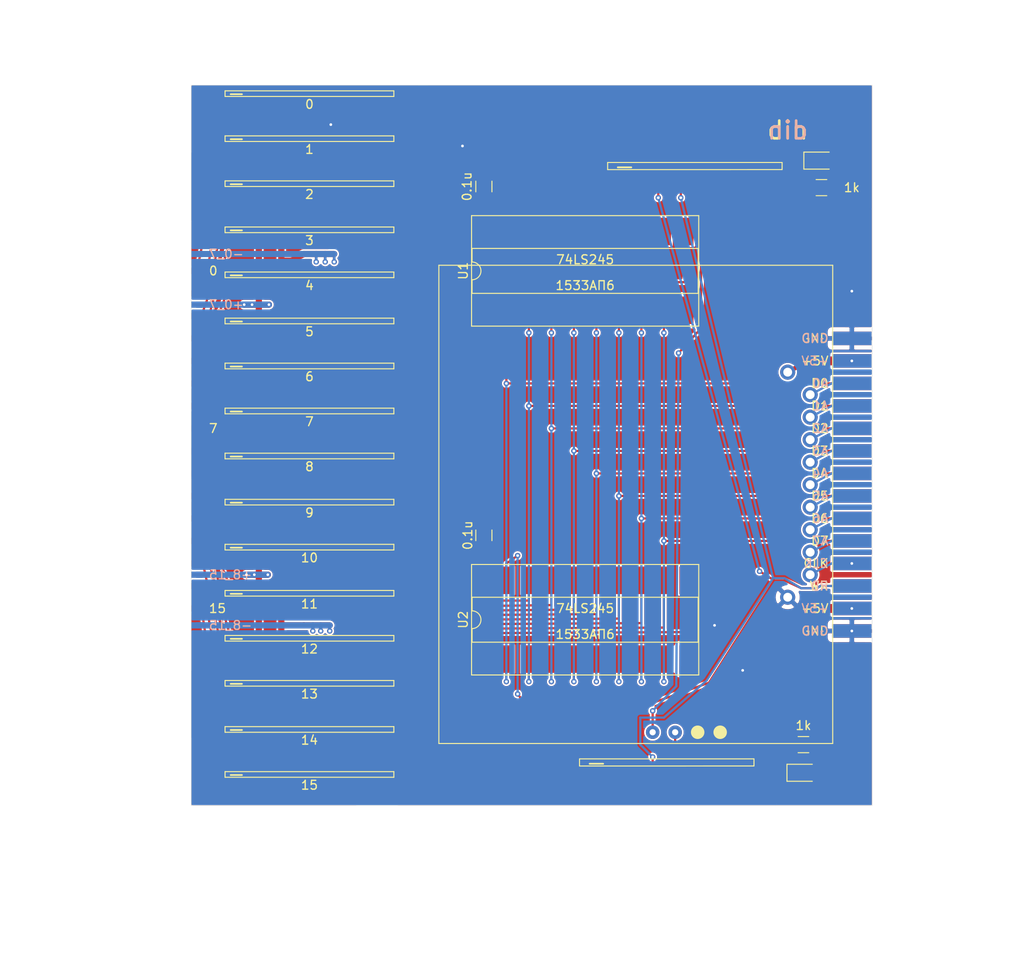
<source format=kicad_pcb>
(kicad_pcb (version 20171130) (host pcbnew 5.1.5+dfsg1-2build2)
  (layers (0 F.Cu signal) (31 B.Cu signal) (34 B.Paste user) (35 F.Paste user) (36 B.SilkS user) (37 F.SilkS user) (38 B.Mask user) (39 F.Mask user) (44 Edge.Cuts user))
  (net 0 "")
  (net 1 +5V)
  (net 2 GND)
  (net 3 IN1)
  (net 4 IN2)
  (net 5 IN3)
  (net 6 IN4)
  (net 7 IN5)
  (net 8 IN6)
  (net 9 IN7)
  (net 10 A7)
  (net 11 A6)
  (net 12 A5)
  (net 13 A4)
  (net 14 A3)
  (net 15 A2)
  (net 16 A1)
  (net 17 IN0)
  (net 18 CLK)
  (net 19 D7)
  (net 20 D6)
  (net 21 D5)
  (net 22 D4)
  (net 23 D3)
  (net 24 D2)
  (net 25 D1)
  (net 26 D0)
  (net 27 A0)
  (net 28 GND0_7)
  (net 29 INL0)
  (net 30 INL1)
  (net 31 INL2)
  (net 32 INL3)
  (net 33 INL4)
  (net 34 INL5)
  (net 35 INL6)
  (net 36 INL7)
  (net 37 WR)
  (net 38 RD)
  (net 39 SR0)
  (net 40 "Net-(D1-Pad2)")
  (net 41 S0)
  (net 42 "Net-(J11-Pad15)")
  (net 43 V0_7)
  (net 44 "Net-(J11-Pad14)")
  (net 45 "Net-(D2-Pad2)")
  (net 46 SR1)
  (net 47 S1)
  (net 48 GND8_15)
  (net 49 INL8)
  (net 50 V8_15)
  (net 51 IN8)
  (net 52 INL9)
  (net 53 IN9)
  (net 54 INL10)
  (net 55 IN10)
  (net 56 INL11)
  (net 57 IN11)
  (net 58 INL12)
  (net 59 IN12)
  (net 60 INL13)
  (net 61 IN13)
  (net 62 INL14)
  (net 63 IN14)
  (net 64 INL15)
  (net 65 IN15)
  (module plc88:dio_channel_i (layer F.Cu) (at 46.355 106.68)
    (fp_text reference J20 hide)
    (fp_text value dio_channel_i hide)
    (fp_text user 15 (at 1.27 2.794) (layer F.SilkS))
    (pad 4 smd rect (at 4.445 2.54) (size 1.27 1.27) (layers F.Cu F.Paste F.Mask) (net 2 GND))
    (pad 6 smd rect (at 9.525 2.54) (size 1.27 1.27) (layers F.Cu F.Paste F.Mask) (net 64 INL15))
    (pad 5 smd rect (at 6.985 2.54) (size 1.27 1.27) (layers F.Cu F.Paste F.Mask) (net 1 +5V))
    (pad 3 smd rect (at -1.905 2.54) (size 1.27 1.27) (layers F.Cu F.Paste F.Mask) (net 48 GND8_15))
    (pad 2 smd rect (at -4.445 2.54) (size 1.27 1.27) (layers F.Cu F.Paste F.Mask) (net 50 V8_15))
    (pad 1 smd rect (at -6.985 2.54) (size 1.27 1.27) (layers F.Cu F.Paste F.Mask) (net 65 IN15))
  )
  (module plc88:dio_channel_i (layer F.Cu) (at 46.355 101.6)
    (fp_text reference J19 hide)
    (fp_text value dio_channel_i hide)
    (fp_text user 14 (at 1.27 2.794) (layer F.SilkS))
    (pad 4 smd rect (at 4.445 2.54) (size 1.27 1.27) (layers F.Cu F.Paste F.Mask) (net 2 GND))
    (pad 6 smd rect (at 9.525 2.54) (size 1.27 1.27) (layers F.Cu F.Paste F.Mask) (net 62 INL14))
    (pad 5 smd rect (at 6.985 2.54) (size 1.27 1.27) (layers F.Cu F.Paste F.Mask) (net 1 +5V))
    (pad 3 smd rect (at -1.905 2.54) (size 1.27 1.27) (layers F.Cu F.Paste F.Mask) (net 48 GND8_15))
    (pad 2 smd rect (at -4.445 2.54) (size 1.27 1.27) (layers F.Cu F.Paste F.Mask) (net 50 V8_15))
    (pad 1 smd rect (at -6.985 2.54) (size 1.27 1.27) (layers F.Cu F.Paste F.Mask) (net 63 IN14))
  )
  (module plc88:dio_channel_i (layer F.Cu) (at 46.355 96.393)
    (fp_text reference J18 hide)
    (fp_text value dio_channel_i hide)
    (fp_text user 13 (at 1.27 2.794) (layer F.SilkS))
    (pad 4 smd rect (at 4.445 2.54) (size 1.27 1.27) (layers F.Cu F.Paste F.Mask) (net 2 GND))
    (pad 6 smd rect (at 9.525 2.54) (size 1.27 1.27) (layers F.Cu F.Paste F.Mask) (net 60 INL13))
    (pad 5 smd rect (at 6.985 2.54) (size 1.27 1.27) (layers F.Cu F.Paste F.Mask) (net 1 +5V))
    (pad 3 smd rect (at -1.905 2.54) (size 1.27 1.27) (layers F.Cu F.Paste F.Mask) (net 48 GND8_15))
    (pad 2 smd rect (at -4.445 2.54) (size 1.27 1.27) (layers F.Cu F.Paste F.Mask) (net 50 V8_15))
    (pad 1 smd rect (at -6.985 2.54) (size 1.27 1.27) (layers F.Cu F.Paste F.Mask) (net 61 IN13))
  )
  (module plc88:dio_channel_i (layer F.Cu) (at 46.355 91.313)
    (fp_text reference J17 hide)
    (fp_text value dio_channel_i hide)
    (fp_text user 12 (at 1.27 2.794) (layer F.SilkS))
    (pad 4 smd rect (at 4.445 2.54) (size 1.27 1.27) (layers F.Cu F.Paste F.Mask) (net 2 GND))
    (pad 6 smd rect (at 9.525 2.54) (size 1.27 1.27) (layers F.Cu F.Paste F.Mask) (net 58 INL12))
    (pad 5 smd rect (at 6.985 2.54) (size 1.27 1.27) (layers F.Cu F.Paste F.Mask) (net 1 +5V))
    (pad 3 smd rect (at -1.905 2.54) (size 1.27 1.27) (layers F.Cu F.Paste F.Mask) (net 48 GND8_15))
    (pad 2 smd rect (at -4.445 2.54) (size 1.27 1.27) (layers F.Cu F.Paste F.Mask) (net 50 V8_15))
    (pad 1 smd rect (at -6.985 2.54) (size 1.27 1.27) (layers F.Cu F.Paste F.Mask) (net 59 IN12))
  )
  (module plc88:dio_channel_i (layer F.Cu) (at 46.355 86.233)
    (fp_text reference J16 hide)
    (fp_text value dio_channel_i hide)
    (fp_text user 11 (at 1.27 2.794) (layer F.SilkS))
    (pad 4 smd rect (at 4.445 2.54) (size 1.27 1.27) (layers F.Cu F.Paste F.Mask) (net 2 GND))
    (pad 6 smd rect (at 9.525 2.54) (size 1.27 1.27) (layers F.Cu F.Paste F.Mask) (net 56 INL11))
    (pad 5 smd rect (at 6.985 2.54) (size 1.27 1.27) (layers F.Cu F.Paste F.Mask) (net 1 +5V))
    (pad 3 smd rect (at -1.905 2.54) (size 1.27 1.27) (layers F.Cu F.Paste F.Mask) (net 48 GND8_15))
    (pad 2 smd rect (at -4.445 2.54) (size 1.27 1.27) (layers F.Cu F.Paste F.Mask) (net 50 V8_15))
    (pad 1 smd rect (at -6.985 2.54) (size 1.27 1.27) (layers F.Cu F.Paste F.Mask) (net 57 IN11))
  )
  (module plc88:dio_channel_i (layer F.Cu) (at 46.355 81.026)
    (fp_text reference J15 hide)
    (fp_text value dio_channel_i hide)
    (fp_text user 10 (at 1.27 2.794) (layer F.SilkS))
    (pad 4 smd rect (at 4.445 2.54) (size 1.27 1.27) (layers F.Cu F.Paste F.Mask) (net 2 GND))
    (pad 6 smd rect (at 9.525 2.54) (size 1.27 1.27) (layers F.Cu F.Paste F.Mask) (net 54 INL10))
    (pad 5 smd rect (at 6.985 2.54) (size 1.27 1.27) (layers F.Cu F.Paste F.Mask) (net 1 +5V))
    (pad 3 smd rect (at -1.905 2.54) (size 1.27 1.27) (layers F.Cu F.Paste F.Mask) (net 48 GND8_15))
    (pad 2 smd rect (at -4.445 2.54) (size 1.27 1.27) (layers F.Cu F.Paste F.Mask) (net 50 V8_15))
    (pad 1 smd rect (at -6.985 2.54) (size 1.27 1.27) (layers F.Cu F.Paste F.Mask) (net 55 IN10))
  )
  (module plc88:dio_channel_i (layer F.Cu) (at 46.355 75.946)
    (fp_text reference J14 hide)
    (fp_text value dio_channel_i hide)
    (fp_text user 9 (at 1.27 2.794) (layer F.SilkS))
    (pad 4 smd rect (at 4.445 2.54) (size 1.27 1.27) (layers F.Cu F.Paste F.Mask) (net 2 GND))
    (pad 6 smd rect (at 9.525 2.54) (size 1.27 1.27) (layers F.Cu F.Paste F.Mask) (net 52 INL9))
    (pad 5 smd rect (at 6.985 2.54) (size 1.27 1.27) (layers F.Cu F.Paste F.Mask) (net 1 +5V))
    (pad 3 smd rect (at -1.905 2.54) (size 1.27 1.27) (layers F.Cu F.Paste F.Mask) (net 48 GND8_15))
    (pad 2 smd rect (at -4.445 2.54) (size 1.27 1.27) (layers F.Cu F.Paste F.Mask) (net 50 V8_15))
    (pad 1 smd rect (at -6.985 2.54) (size 1.27 1.27) (layers F.Cu F.Paste F.Mask) (net 53 IN9))
  )
  (module plc88:dio_channel_i (layer F.Cu) (at 46.355 70.739)
    (fp_text reference J13 hide)
    (fp_text value dio_channel_i hide)
    (fp_text user 8 (at 1.27 2.794) (layer F.SilkS))
    (pad 4 smd rect (at 4.445 2.54) (size 1.27 1.27) (layers F.Cu F.Paste F.Mask) (net 2 GND))
    (pad 6 smd rect (at 9.525 2.54) (size 1.27 1.27) (layers F.Cu F.Paste F.Mask) (net 49 INL8))
    (pad 5 smd rect (at 6.985 2.54) (size 1.27 1.27) (layers F.Cu F.Paste F.Mask) (net 1 +5V))
    (pad 3 smd rect (at -1.905 2.54) (size 1.27 1.27) (layers F.Cu F.Paste F.Mask) (net 48 GND8_15))
    (pad 2 smd rect (at -4.445 2.54) (size 1.27 1.27) (layers F.Cu F.Paste F.Mask) (net 50 V8_15))
    (pad 1 smd rect (at -6.985 2.54) (size 1.27 1.27) (layers F.Cu F.Paste F.Mask) (net 51 IN8))
  )
  (module plc88:dio_channel_i (layer F.Cu) (at 46.355 65.659)
    (fp_text reference J9 hide)
    (fp_text value dio_channel_i hide)
    (fp_text user 7 (at 1.27 2.794) (layer F.SilkS))
    (pad 4 smd rect (at 4.445 2.54) (size 1.27 1.27) (layers F.Cu F.Paste F.Mask) (net 2 GND))
    (pad 6 smd rect (at 9.525 2.54) (size 1.27 1.27) (layers F.Cu F.Paste F.Mask) (net 36 INL7))
    (pad 5 smd rect (at 6.985 2.54) (size 1.27 1.27) (layers F.Cu F.Paste F.Mask) (net 1 +5V))
    (pad 3 smd rect (at -1.905 2.54) (size 1.27 1.27) (layers F.Cu F.Paste F.Mask) (net 28 GND0_7))
    (pad 2 smd rect (at -4.445 2.54) (size 1.27 1.27) (layers F.Cu F.Paste F.Mask) (net 43 V0_7))
    (pad 1 smd rect (at -6.985 2.54) (size 1.27 1.27) (layers F.Cu F.Paste F.Mask) (net 9 IN7))
  )
  (module plc88:dio_channel_i (layer F.Cu) (at 46.355 60.579)
    (fp_text reference J8 hide)
    (fp_text value dio_channel_i hide)
    (fp_text user 6 (at 1.27 2.794) (layer F.SilkS))
    (pad 4 smd rect (at 4.445 2.54) (size 1.27 1.27) (layers F.Cu F.Paste F.Mask) (net 2 GND))
    (pad 6 smd rect (at 9.525 2.54) (size 1.27 1.27) (layers F.Cu F.Paste F.Mask) (net 35 INL6))
    (pad 5 smd rect (at 6.985 2.54) (size 1.27 1.27) (layers F.Cu F.Paste F.Mask) (net 1 +5V))
    (pad 3 smd rect (at -1.905 2.54) (size 1.27 1.27) (layers F.Cu F.Paste F.Mask) (net 28 GND0_7))
    (pad 2 smd rect (at -4.445 2.54) (size 1.27 1.27) (layers F.Cu F.Paste F.Mask) (net 43 V0_7))
    (pad 1 smd rect (at -6.985 2.54) (size 1.27 1.27) (layers F.Cu F.Paste F.Mask) (net 8 IN6))
  )
  (module plc88:dio_channel_i (layer F.Cu) (at 46.355 55.499)
    (fp_text reference J7 hide)
    (fp_text value dio_channel_i hide)
    (fp_text user 5 (at 1.27 2.794) (layer F.SilkS))
    (pad 4 smd rect (at 4.445 2.54) (size 1.27 1.27) (layers F.Cu F.Paste F.Mask) (net 2 GND))
    (pad 6 smd rect (at 9.525 2.54) (size 1.27 1.27) (layers F.Cu F.Paste F.Mask) (net 34 INL5))
    (pad 5 smd rect (at 6.985 2.54) (size 1.27 1.27) (layers F.Cu F.Paste F.Mask) (net 1 +5V))
    (pad 3 smd rect (at -1.905 2.54) (size 1.27 1.27) (layers F.Cu F.Paste F.Mask) (net 28 GND0_7))
    (pad 2 smd rect (at -4.445 2.54) (size 1.27 1.27) (layers F.Cu F.Paste F.Mask) (net 43 V0_7))
    (pad 1 smd rect (at -6.985 2.54) (size 1.27 1.27) (layers F.Cu F.Paste F.Mask) (net 7 IN5))
  )
  (module plc88:dio_channel_i (layer F.Cu) (at 46.355 50.292)
    (fp_text reference J6 hide)
    (fp_text value dio_channel_i hide)
    (fp_text user 4 (at 1.27 2.794) (layer F.SilkS))
    (pad 4 smd rect (at 4.445 2.54) (size 1.27 1.27) (layers F.Cu F.Paste F.Mask) (net 2 GND))
    (pad 6 smd rect (at 9.525 2.54) (size 1.27 1.27) (layers F.Cu F.Paste F.Mask) (net 33 INL4))
    (pad 5 smd rect (at 6.985 2.54) (size 1.27 1.27) (layers F.Cu F.Paste F.Mask) (net 1 +5V))
    (pad 3 smd rect (at -1.905 2.54) (size 1.27 1.27) (layers F.Cu F.Paste F.Mask) (net 28 GND0_7))
    (pad 2 smd rect (at -4.445 2.54) (size 1.27 1.27) (layers F.Cu F.Paste F.Mask) (net 43 V0_7))
    (pad 1 smd rect (at -6.985 2.54) (size 1.27 1.27) (layers F.Cu F.Paste F.Mask) (net 6 IN4))
  )
  (module plc88:dio_channel_i (layer F.Cu) (at 46.355 45.212)
    (fp_text reference J5 hide)
    (fp_text value dio_channel_i hide)
    (fp_text user 3 (at 1.27 2.794) (layer F.SilkS))
    (pad 4 smd rect (at 4.445 2.54) (size 1.27 1.27) (layers F.Cu F.Paste F.Mask) (net 2 GND))
    (pad 6 smd rect (at 9.525 2.54) (size 1.27 1.27) (layers F.Cu F.Paste F.Mask) (net 32 INL3))
    (pad 5 smd rect (at 6.985 2.54) (size 1.27 1.27) (layers F.Cu F.Paste F.Mask) (net 1 +5V))
    (pad 3 smd rect (at -1.905 2.54) (size 1.27 1.27) (layers F.Cu F.Paste F.Mask) (net 28 GND0_7))
    (pad 2 smd rect (at -4.445 2.54) (size 1.27 1.27) (layers F.Cu F.Paste F.Mask) (net 43 V0_7))
    (pad 1 smd rect (at -6.985 2.54) (size 1.27 1.27) (layers F.Cu F.Paste F.Mask) (net 5 IN3))
  )
  (module plc88:dio_channel_i (layer F.Cu) (at 46.355 40.005)
    (fp_text reference J4 hide)
    (fp_text value dio_channel_i hide)
    (fp_text user 2 (at 1.27 2.794) (layer F.SilkS))
    (pad 4 smd rect (at 4.445 2.54) (size 1.27 1.27) (layers F.Cu F.Paste F.Mask) (net 2 GND))
    (pad 6 smd rect (at 9.525 2.54) (size 1.27 1.27) (layers F.Cu F.Paste F.Mask) (net 31 INL2))
    (pad 5 smd rect (at 6.985 2.54) (size 1.27 1.27) (layers F.Cu F.Paste F.Mask) (net 1 +5V))
    (pad 3 smd rect (at -1.905 2.54) (size 1.27 1.27) (layers F.Cu F.Paste F.Mask) (net 28 GND0_7))
    (pad 2 smd rect (at -4.445 2.54) (size 1.27 1.27) (layers F.Cu F.Paste F.Mask) (net 43 V0_7))
    (pad 1 smd rect (at -6.985 2.54) (size 1.27 1.27) (layers F.Cu F.Paste F.Mask) (net 4 IN2))
  )
  (module plc88:dio_channel_i (layer F.Cu) (at 46.355 34.925)
    (fp_text reference J3 hide)
    (fp_text value dio_channel_i hide)
    (fp_text user 1 (at 1.27 2.794) (layer F.SilkS))
    (pad 4 smd rect (at 4.445 2.54) (size 1.27 1.27) (layers F.Cu F.Paste F.Mask) (net 2 GND))
    (pad 6 smd rect (at 9.525 2.54) (size 1.27 1.27) (layers F.Cu F.Paste F.Mask) (net 30 INL1))
    (pad 5 smd rect (at 6.985 2.54) (size 1.27 1.27) (layers F.Cu F.Paste F.Mask) (net 1 +5V))
    (pad 3 smd rect (at -1.905 2.54) (size 1.27 1.27) (layers F.Cu F.Paste F.Mask) (net 28 GND0_7))
    (pad 2 smd rect (at -4.445 2.54) (size 1.27 1.27) (layers F.Cu F.Paste F.Mask) (net 43 V0_7))
    (pad 1 smd rect (at -6.985 2.54) (size 1.27 1.27) (layers F.Cu F.Paste F.Mask) (net 3 IN1))
  )
  (module plc88:dio_channel_i (layer F.Cu) (at 46.355 29.845)
    (fp_text reference J2 hide)
    (fp_text value dio_channel_i hide)
    (fp_text user 0 (at 1.27 2.794) (layer F.SilkS))
    (pad 4 smd rect (at 4.445 2.54) (size 1.27 1.27) (layers F.Cu F.Paste F.Mask) (net 2 GND))
    (pad 6 smd rect (at 9.525 2.54) (size 1.27 1.27) (layers F.Cu F.Paste F.Mask) (net 29 INL0))
    (pad 5 smd rect (at 6.985 2.54) (size 1.27 1.27) (layers F.Cu F.Paste F.Mask) (net 1 +5V))
    (pad 3 smd rect (at -1.905 2.54) (size 1.27 1.27) (layers F.Cu F.Paste F.Mask) (net 28 GND0_7))
    (pad 2 smd rect (at -4.445 2.54) (size 1.27 1.27) (layers F.Cu F.Paste F.Mask) (net 43 V0_7))
    (pad 1 smd rect (at -6.985 2.54) (size 1.27 1.27) (layers F.Cu F.Paste F.Mask) (net 17 IN0))
  )
  (module plc88:fm16_im (layer F.Cu) (at 37.465 42.545)
    (fp_text reference J1 hide)
    (fp_text value fm16_i hide)
    (fp_text user 15 (at -1.27 46.99) (layer F.SilkS) (effects (justify left)))
    (fp_text user 7 (at -1.27 26.67) (layer F.SilkS) (effects (justify left)))
    (fp_text user 0 (at -1.27 8.89) (layer F.SilkS) (effects (justify left)))
    (fp_text user -8_15 (at -1.27 48.895) (layer B.SilkS) (effects (justify right mirror)))
    (fp_text user +8_15 (at -1.27 43.18) (layer B.SilkS) (effects (justify right mirror)))
    (fp_text user -0_7 (at -1.27 6.985) (layer B.SilkS) (effects (justify right mirror)))
    (fp_text user +0_7 (at -1.27 12.7) (layer B.SilkS) (effects (justify right mirror)))
    (pad 25 smd rect (at -2.54 57.785) (size 1.27 7.62) (layers F.Cu F.Paste F.Mask) (net 2 GND))
    (pad 24 smd rect (at -2.54 -0.635) (size 1.27 7.62) (layers F.Cu F.Paste F.Mask) (net 2 GND))
    (pad 23 smd rect (at -2.54 57.785) (size 1.27 7.62) (layers B.Cu B.Paste B.Mask) (net 2 GND))
    (pad 22 smd rect (at -2.54 28.575) (size 1.27 7.62) (layers B.Cu B.Paste B.Mask) (net 2 GND))
    (pad 21 smd rect (at -2.54 -0.635) (size 1.27 7.62) (layers B.Cu B.Paste B.Mask) (net 2 GND))
    (pad 20 smd rect (at -2.54 48.895) (size 1.27 0.7) (layers B.Cu B.Paste B.Mask) (net 48 GND8_15))
    (pad 19 smd rect (at -2.54 43.18) (size 1.27 0.7) (layers B.Cu B.Paste B.Mask) (net 50 V8_15))
    (pad 18 smd rect (at -2.54 12.7) (size 1.27 0.7) (layers B.Cu B.Paste B.Mask) (net 43 V0_7))
    (pad 17 smd rect (at -2.54 6.985) (size 1.27 0.7) (layers B.Cu B.Paste B.Mask) (net 28 GND0_7))
    (pad 16 smd rect (at -2.54 46.99) (size 1.27 0.7) (layers F.Cu F.Paste F.Mask) (net 65 IN15))
    (pad 15 smd rect (at -2.54 44.45) (size 1.27 0.7) (layers F.Cu F.Paste F.Mask) (net 63 IN14))
    (pad 14 smd rect (at -2.54 41.91) (size 1.27 0.7) (layers F.Cu F.Paste F.Mask) (net 61 IN13))
    (pad 13 smd rect (at -2.54 39.37) (size 1.27 0.7) (layers F.Cu F.Paste F.Mask) (net 59 IN12))
    (pad 12 smd rect (at -2.54 36.83) (size 1.27 0.7) (layers F.Cu F.Paste F.Mask) (net 57 IN11))
    (pad 11 smd rect (at -2.54 34.29) (size 1.27 0.7) (layers F.Cu F.Paste F.Mask) (net 55 IN10))
    (pad 10 smd rect (at -2.54 31.75) (size 1.27 0.7) (layers F.Cu F.Paste F.Mask) (net 53 IN9))
    (pad 9 smd rect (at -2.54 29.21) (size 1.27 0.7) (layers F.Cu F.Paste F.Mask) (net 51 IN8))
    (pad 8 smd rect (at -2.54 26.67) (size 1.27 0.7) (layers F.Cu F.Paste F.Mask) (net 9 IN7))
    (pad 7 smd rect (at -2.54 24.13) (size 1.27 0.7) (layers F.Cu F.Paste F.Mask) (net 8 IN6))
    (pad 6 smd rect (at -2.54 21.59) (size 1.27 0.7) (layers F.Cu F.Paste F.Mask) (net 7 IN5))
    (pad 5 smd rect (at -2.54 19.05) (size 1.27 0.7) (layers F.Cu F.Paste F.Mask) (net 6 IN4))
    (pad 4 smd rect (at -2.54 16.51) (size 1.27 0.7) (layers F.Cu F.Paste F.Mask) (net 5 IN3))
    (pad 3 smd rect (at -2.54 13.97) (size 1.27 0.7) (layers F.Cu F.Paste F.Mask) (net 4 IN2))
    (pad 2 smd rect (at -2.54 11.43) (size 1.27 0.7) (layers F.Cu F.Paste F.Mask) (net 3 IN1))
    (pad 1 smd rect (at -2.54 8.89) (size 1.27 0.7) (layers F.Cu F.Paste F.Mask) (net 17 IN0))
  )
  (module Package_DIP:DIP-20_W8.89mm_SMDSocket_LongPads (layer F.Cu) (at 78.74 90.805 90)
    (fp_text reference U2 (at 0 -13.76 90) (layer F.SilkS))
    (fp_text value 74LS245 (at 1.27 0 180) (layer F.SilkS))
    (fp_text user 1533АП6 (at -1.651 0 180) (layer F.SilkS))
    (pad 20 smd rect (at 4.445 -11.43 90) (size 3.1 1.6) (layers F.Cu F.Paste F.Mask) (net 1 +5V))
    (pad 10 smd rect (at -4.445 11.43 90) (size 3.1 1.6) (layers F.Cu F.Paste F.Mask) (net 2 GND))
    (pad 19 smd rect (at 4.445 -8.89 90) (size 3.1 1.6) (layers F.Cu F.Paste F.Mask) (net 46 SR1))
    (pad 9 smd rect (at -4.445 8.89 90) (size 3.1 1.6) (layers F.Cu F.Paste F.Mask) (net 19 D7))
    (pad 18 smd rect (at 4.445 -6.35 90) (size 3.1 1.6) (layers F.Cu F.Paste F.Mask) (net 49 INL8))
    (pad 8 smd rect (at -4.445 6.35 90) (size 3.1 1.6) (layers F.Cu F.Paste F.Mask) (net 20 D6))
    (pad 17 smd rect (at 4.445 -3.81 90) (size 3.1 1.6) (layers F.Cu F.Paste F.Mask) (net 52 INL9))
    (pad 7 smd rect (at -4.445 3.81 90) (size 3.1 1.6) (layers F.Cu F.Paste F.Mask) (net 21 D5))
    (pad 16 smd rect (at 4.445 -1.27 90) (size 3.1 1.6) (layers F.Cu F.Paste F.Mask) (net 54 INL10))
    (pad 6 smd rect (at -4.445 1.27 90) (size 3.1 1.6) (layers F.Cu F.Paste F.Mask) (net 22 D4))
    (pad 15 smd rect (at 4.445 1.27 90) (size 3.1 1.6) (layers F.Cu F.Paste F.Mask) (net 56 INL11))
    (pad 5 smd rect (at -4.445 -1.27 90) (size 3.1 1.6) (layers F.Cu F.Paste F.Mask) (net 23 D3))
    (pad 14 smd rect (at 4.445 3.81 90) (size 3.1 1.6) (layers F.Cu F.Paste F.Mask) (net 58 INL12))
    (pad 4 smd rect (at -4.445 -3.81 90) (size 3.1 1.6) (layers F.Cu F.Paste F.Mask) (net 24 D2))
    (pad 13 smd rect (at 4.445 6.35 90) (size 3.1 1.6) (layers F.Cu F.Paste F.Mask) (net 60 INL13))
    (pad 3 smd rect (at -4.445 -6.35 90) (size 3.1 1.6) (layers F.Cu F.Paste F.Mask) (net 25 D1))
    (pad 12 smd rect (at 4.445 8.89 90) (size 3.1 1.6) (layers F.Cu F.Paste F.Mask) (net 62 INL14))
    (pad 2 smd rect (at -4.445 -8.89 90) (size 3.1 1.6) (layers F.Cu F.Paste F.Mask) (net 26 D0))
    (pad 11 smd rect (at 4.445 11.43 90) (size 3.1 1.6) (layers F.Cu F.Paste F.Mask) (net 64 INL15))
    (pad 1 smd rect (at -4.445 -11.43 90) (size 3.1 1.6) (layers F.Cu F.Paste F.Mask) (net 2 GND))
  )
  (module Resistor_SMD:R_1206_3216Metric (layer F.Cu) (at 103.378 104.902)
    (fp_text reference R2 hide)
    (fp_text value 1k (at 0 -2.159) (layer F.SilkS))
    (pad 2 smd roundrect (at 1.4 0) (size 1.25 1.75) (layers F.Cu F.Paste F.Mask) (roundrect_rratio 0.2) (net 45 "Net-(D2-Pad2)"))
    (pad 1 smd roundrect (at -1.4 0) (size 1.25 1.75) (layers F.Cu F.Paste F.Mask) (roundrect_rratio 0.2) (net 1 +5V))
  )
  (module plc88:wrs_i (layer F.Cu) (at 86.995 105.41)
    (fp_text reference J21 hide)
    (fp_text value wrs_i hide)
    (pad 6 smd rect (at 8.89 2.54) (size 1.27 1.27) (layers F.Cu F.Paste F.Mask) (net 1 +5V))
    (pad 5 smd rect (at 4.445 2.54) (size 1.27 1.27) (layers F.Cu F.Paste F.Mask) (net 46 SR1))
    (pad 4 smd rect (at 1.905 2.54) (size 1.27 1.27) (layers F.Cu F.Paste F.Mask) (net 47 S1))
    (pad 3 smd rect (at -0.635 2.54) (size 1.27 1.27) (layers F.Cu F.Paste F.Mask) (net 38 RD))
    (pad 2 smd rect (at -3.175 2.54) (size 1.27 1.27) (layers F.Cu F.Paste F.Mask) (net 37 WR))
    (pad 1 smd rect (at -6.985 2.54) (size 1.27 1.27) (layers F.Cu F.Paste F.Mask) (net 2 GND))
  )
  (module LED_SMD:LED_0805_2012Metric_Pad1.15x1.40mm_HandSolder (layer F.Cu) (at 103.378 108.077)
    (fp_text reference D2 hide)
    (fp_text value SR0 hide)
    (pad 2 smd roundrect (at 1.025 0) (size 1.15 1.4) (layers F.Cu F.Paste F.Mask) (roundrect_rratio 0.217391) (net 45 "Net-(D2-Pad2)"))
    (pad 1 smd roundrect (at -1.025 0) (size 1.15 1.4) (layers F.Cu F.Paste F.Mask) (roundrect_rratio 0.217391) (net 46 SR1))
  )
  (module Capacitor_SMD:C_1206_3216Metric (layer F.Cu) (at 67.31 81.28 270)
    (fp_text reference C2 hide)
    (fp_text value 0.1u (at 0 1.82 90) (layer F.SilkS))
    (pad 2 smd roundrect (at 1.4 0 270) (size 1.25 1.75) (layers F.Cu F.Paste F.Mask) (roundrect_rratio 0.2) (net 1 +5V))
    (pad 1 smd roundrect (at -1.4 0 270) (size 1.25 1.75) (layers F.Cu F.Paste F.Mask) (roundrect_rratio 0.2) (net 2 GND))
  )
  (module plc88:wrs_i (layer F.Cu) (at 90.17 38.1)
    (fp_text reference J10 hide)
    (fp_text value wrs_i hide)
    (pad 6 smd rect (at 8.89 2.54) (size 1.27 1.27) (layers F.Cu F.Paste F.Mask) (net 1 +5V))
    (pad 5 smd rect (at 4.445 2.54) (size 1.27 1.27) (layers F.Cu F.Paste F.Mask) (net 39 SR0))
    (pad 4 smd rect (at 1.905 2.54) (size 1.27 1.27) (layers F.Cu F.Paste F.Mask) (net 41 S0))
    (pad 3 smd rect (at -0.635 2.54) (size 1.27 1.27) (layers F.Cu F.Paste F.Mask) (net 38 RD))
    (pad 2 smd rect (at -3.175 2.54) (size 1.27 1.27) (layers F.Cu F.Paste F.Mask) (net 37 WR))
    (pad 1 smd rect (at -6.985 2.54) (size 1.27 1.27) (layers F.Cu F.Paste F.Mask) (net 2 GND))
  )
  (module plc88:selector4_i (layer F.Cu) (at 101.6 62.865)
    (fp_text reference J11 hide)
    (fp_text value selector4_i hide)
    (pad 13 thru_hole circle (at -12.7 40.64) (size 1.524 1.524) (drill 0.7) (layers *.Cu *.Mask) (net 47 S1))
    (pad 12 thru_hole circle (at -15.24 40.64) (size 1.524 1.524) (drill 0.7) (layers *.Cu *.Mask) (net 41 S0))
    (pad 15 smd circle (at -7.62 40.64) (size 1.524 1.524) (layers F.SilkS) (net 42 "Net-(J11-Pad15)"))
    (pad 14 smd circle (at -10.16 40.64) (size 1.524 1.524) (layers F.SilkS) (net 44 "Net-(J11-Pad14)"))
    (pad 11 thru_hole circle (at 0 25.4) (size 1.7 1.7) (drill 1) (layers *.Cu *.Mask) (net 2 GND))
    (pad 10 thru_hole circle (at 2.54 22.86) (size 1.7 1.7) (drill 1) (layers *.Cu *.Mask) (net 18 CLK))
    (pad 9 thru_hole circle (at 2.54 20.32) (size 1.7 1.7) (drill 1) (layers *.Cu *.Mask) (net 10 A7))
    (pad 8 thru_hole circle (at 2.54 17.78) (size 1.7 1.7) (drill 1) (layers *.Cu *.Mask) (net 11 A6))
    (pad 7 thru_hole circle (at 2.54 15.24) (size 1.7 1.7) (drill 1) (layers *.Cu *.Mask) (net 12 A5))
    (pad 6 thru_hole circle (at 2.54 12.7) (size 1.7 1.7) (drill 1) (layers *.Cu *.Mask) (net 13 A4))
    (pad 5 thru_hole circle (at 2.54 10.16) (size 1.7 1.7) (drill 1) (layers *.Cu *.Mask) (net 14 A3))
    (pad 4 thru_hole circle (at 2.54 7.62) (size 1.7 1.7) (drill 1) (layers *.Cu *.Mask) (net 15 A2))
    (pad 3 thru_hole circle (at 2.54 5.08) (size 1.7 1.7) (drill 1) (layers *.Cu *.Mask) (net 16 A1))
    (pad 2 thru_hole circle (at 2.54 2.54) (size 1.7 1.7) (drill 1) (layers *.Cu *.Mask) (net 27 A0))
    (pad 1 thru_hole circle (at 0 0) (size 1.7 1.7) (drill 1) (layers *.Cu *.Mask) (net 1 +5V))
  )
  (module Resistor_SMD:R_1206_3216Metric (layer F.Cu) (at 105.41 42.037)
    (fp_text reference R1 hide)
    (fp_text value 1k (at 3.429 0) (layer F.SilkS))
    (pad 2 smd roundrect (at 1.4 0) (size 1.25 1.75) (layers F.Cu F.Paste F.Mask) (roundrect_rratio 0.2) (net 40 "Net-(D1-Pad2)"))
    (pad 1 smd roundrect (at -1.4 0) (size 1.25 1.75) (layers F.Cu F.Paste F.Mask) (roundrect_rratio 0.2) (net 1 +5V))
  )
  (module Capacitor_SMD:C_1206_3216Metric (layer F.Cu) (at 67.31 41.91 270)
    (fp_text reference C1 hide)
    (fp_text value 0.1u (at 0 1.905 90) (layer F.SilkS))
    (pad 2 smd roundrect (at 1.4 0 270) (size 1.25 1.75) (layers F.Cu F.Paste F.Mask) (roundrect_rratio 0.2) (net 1 +5V))
    (pad 1 smd roundrect (at -1.4 0 270) (size 1.25 1.75) (layers F.Cu F.Paste F.Mask) (roundrect_rratio 0.2) (net 2 GND))
  )
  (module 1my_elements:Bus88_2x14 (layer F.Cu) (at 108.839 59.055)
    (fp_text reference J12 hide)
    (fp_text value Bus88_2x14 hide)
    (fp_text user WR (at -2.54 27.94) (layer F.SilkS) (effects (justify right)))
    (fp_text user RD (at -2.54 27.94) (layer B.SilkS) (effects (justify left mirror)))
    (fp_text user GND (at -2.54 0) (layer B.SilkS) (effects (justify left mirror)))
    (fp_text user +5V (at -2.54 2.54) (layer B.SilkS) (effects (justify left mirror)))
    (fp_text user GND (at -2.54 33.02) (layer B.SilkS) (effects (justify left mirror)))
    (fp_text user +5V (at -2.54 30.48) (layer B.SilkS) (effects (justify left mirror)))
    (fp_text user CLK (at -2.54 25.4) (layer B.SilkS) (effects (justify left mirror)))
    (fp_text user A7 (at -2.54 22.86) (layer B.SilkS) (effects (justify left mirror)))
    (fp_text user A6 (at -2.54 20.32) (layer B.SilkS) (effects (justify left mirror)))
    (fp_text user A5 (at -2.54 17.78) (layer B.SilkS) (effects (justify left mirror)))
    (fp_text user A4 (at -2.54 15.24) (layer B.SilkS) (effects (justify left mirror)))
    (fp_text user A3 (at -2.54 12.7) (layer B.SilkS) (effects (justify left mirror)))
    (fp_text user A2 (at -2.54 10.16) (layer B.SilkS) (effects (justify left mirror)))
    (fp_text user A1 (at -2.54 7.62) (layer B.SilkS) (effects (justify left mirror)))
    (fp_text user A0 (at -2.54 5.08) (layer B.SilkS) (effects (justify left mirror)))
    (fp_text user D7 (at -2.54 22.86) (layer F.SilkS) (effects (justify right)))
    (fp_text user CLK (at -2.54 25.4) (layer F.SilkS) (effects (justify right)))
    (fp_text user +5V (at -2.54 30.48) (layer F.SilkS) (effects (justify right)))
    (fp_text user GND (at -2.54 33.02) (layer F.SilkS) (effects (justify right)))
    (fp_text user D6 (at -2.54 20.32) (layer F.SilkS) (effects (justify right)))
    (fp_text user D5 (at -2.54 17.78) (layer F.SilkS) (effects (justify right)))
    (fp_text user D4 (at -2.54 15.24) (layer F.SilkS) (effects (justify right)))
    (fp_text user D3 (at -2.54 12.7) (layer F.SilkS) (effects (justify right)))
    (fp_text user D2 (at -2.54 10.16) (layer F.SilkS) (effects (justify right)))
    (fp_text user D1 (at -2.54 7.62) (layer F.SilkS) (effects (justify right)))
    (fp_text user D0 (at -2.54 5.08) (layer F.SilkS) (effects (justify right)))
    (fp_text user +5V (at -2.54 2.54) (layer F.SilkS) (effects (justify right)))
    (fp_text user GND (at -2.54 0) (layer F.SilkS) (effects (justify right)))
    (pad 24 smd rect (at 0 27.94) (size 4.445 1.524) (layers F.Cu F.Paste F.Mask) (net 37 WR))
    (pad 23 smd rect (at 0 27.94) (size 4.445 1.524) (layers B.Cu B.Paste B.Mask) (net 38 RD))
    (pad 28 smd rect (at 0 33.02) (size 4.445 1.524) (layers F.Cu F.Paste F.Mask) (net 2 GND))
    (pad 26 smd rect (at 0 30.48) (size 4.445 1.524) (layers F.Cu F.Paste F.Mask) (net 1 +5V))
    (pad 22 smd rect (at 0 25.4) (size 4.445 1.524) (layers F.Cu F.Paste F.Mask) (net 18 CLK))
    (pad 20 smd rect (at 0 22.86) (size 4.445 1.524) (layers F.Cu F.Paste F.Mask) (net 19 D7))
    (pad 18 smd rect (at 0 20.32) (size 4.445 1.524) (layers F.Cu F.Paste F.Mask) (net 20 D6))
    (pad 16 smd rect (at 0 17.78) (size 4.445 1.524) (layers F.Cu F.Paste F.Mask) (net 21 D5))
    (pad 14 smd rect (at 0 15.24) (size 4.445 1.524) (layers F.Cu F.Paste F.Mask) (net 22 D4))
    (pad 12 smd rect (at 0 12.7) (size 4.445 1.524) (layers F.Cu F.Paste F.Mask) (net 23 D3))
    (pad 10 smd rect (at 0 10.16) (size 4.445 1.524) (layers F.Cu F.Paste F.Mask) (net 24 D2))
    (pad 8 smd rect (at 0 7.62) (size 4.445 1.524) (layers F.Cu F.Paste F.Mask) (net 25 D1))
    (pad 6 smd rect (at 0 5.08) (size 4.445 1.524) (layers F.Cu F.Paste F.Mask) (net 26 D0))
    (pad 4 smd rect (at 0 2.54) (size 4.445 1.524) (layers F.Cu F.Paste F.Mask) (net 1 +5V))
    (pad 2 smd rect (at 0 0) (size 4.445 1.524) (layers F.Cu F.Paste F.Mask) (net 2 GND))
    (pad 9 smd rect (at 0 10.16) (size 4.445 1.524) (layers B.Cu B.Paste B.Mask) (net 15 A2))
    (pad 27 smd rect (at 0 33.02) (size 4.445 1.524) (layers B.Cu B.Paste B.Mask) (net 2 GND))
    (pad 25 smd rect (at 0 30.48) (size 4.445 1.524) (layers B.Cu B.Paste B.Mask) (net 1 +5V))
    (pad 21 smd rect (at 0 25.4) (size 4.445 1.524) (layers B.Cu B.Paste B.Mask) (net 18 CLK))
    (pad 19 smd rect (at 0 22.86) (size 4.445 1.524) (layers B.Cu B.Paste B.Mask) (net 10 A7))
    (pad 17 smd rect (at 0 20.32) (size 4.445 1.524) (layers B.Cu B.Paste B.Mask) (net 11 A6))
    (pad 15 smd rect (at 0 17.78) (size 4.445 1.524) (layers B.Cu B.Paste B.Mask) (net 12 A5))
    (pad 13 smd rect (at 0 15.24) (size 4.445 1.524) (layers B.Cu B.Paste B.Mask) (net 13 A4))
    (pad 11 smd rect (at 0 12.7) (size 4.445 1.524) (layers B.Cu B.Paste B.Mask) (net 14 A3))
    (pad 7 smd rect (at 0 7.62) (size 4.445 1.524) (layers B.Cu B.Paste B.Mask) (net 16 A1))
    (pad 5 smd rect (at 0 5.08) (size 4.445 1.524) (layers B.Cu B.Paste B.Mask) (net 27 A0))
    (pad 3 smd rect (at 0 2.54) (size 4.445 1.524) (layers B.Cu B.Paste B.Mask) (net 1 +5V))
    (pad 1 smd rect (at 0 0) (size 4.445 1.524) (layers B.Cu B.Paste B.Mask) (net 2 GND))
  )
  (module LED_SMD:LED_0805_2012Metric_Pad1.15x1.40mm_HandSolder (layer F.Cu) (at 105.283 38.989)
    (fp_text reference D1 hide)
    (fp_text value SR0 hide)
    (pad 2 smd roundrect (at 1.025 0) (size 1.15 1.4) (layers F.Cu F.Paste F.Mask) (roundrect_rratio 0.217391) (net 40 "Net-(D1-Pad2)"))
    (pad 1 smd roundrect (at -1.025 0) (size 1.15 1.4) (layers F.Cu F.Paste F.Mask) (roundrect_rratio 0.217391) (net 39 SR0))
  )
  (module Package_DIP:DIP-20_W8.89mm_SMDSocket_LongPads (layer F.Cu) (at 78.74 51.435 90)
    (fp_text reference U1 (at 0 -13.76 90) (layer F.SilkS))
    (fp_text value 74LS245 (at 1.27 0) (layer F.SilkS))
    (fp_text user 1533АП6 (at -1.651 0 180) (layer F.SilkS))
    (pad 20 smd rect (at 4.445 -11.43 90) (size 3.1 1.6) (layers F.Cu F.Paste F.Mask) (net 1 +5V))
    (pad 10 smd rect (at -4.445 11.43 90) (size 3.1 1.6) (layers F.Cu F.Paste F.Mask) (net 2 GND))
    (pad 19 smd rect (at 4.445 -8.89 90) (size 3.1 1.6) (layers F.Cu F.Paste F.Mask) (net 39 SR0))
    (pad 9 smd rect (at -4.445 8.89 90) (size 3.1 1.6) (layers F.Cu F.Paste F.Mask) (net 19 D7))
    (pad 18 smd rect (at 4.445 -6.35 90) (size 3.1 1.6) (layers F.Cu F.Paste F.Mask) (net 29 INL0))
    (pad 8 smd rect (at -4.445 6.35 90) (size 3.1 1.6) (layers F.Cu F.Paste F.Mask) (net 20 D6))
    (pad 17 smd rect (at 4.445 -3.81 90) (size 3.1 1.6) (layers F.Cu F.Paste F.Mask) (net 30 INL1))
    (pad 7 smd rect (at -4.445 3.81 90) (size 3.1 1.6) (layers F.Cu F.Paste F.Mask) (net 21 D5))
    (pad 16 smd rect (at 4.445 -1.27 90) (size 3.1 1.6) (layers F.Cu F.Paste F.Mask) (net 31 INL2))
    (pad 6 smd rect (at -4.445 1.27 90) (size 3.1 1.6) (layers F.Cu F.Paste F.Mask) (net 22 D4))
    (pad 15 smd rect (at 4.445 1.27 90) (size 3.1 1.6) (layers F.Cu F.Paste F.Mask) (net 32 INL3))
    (pad 5 smd rect (at -4.445 -1.27 90) (size 3.1 1.6) (layers F.Cu F.Paste F.Mask) (net 23 D3))
    (pad 14 smd rect (at 4.445 3.81 90) (size 3.1 1.6) (layers F.Cu F.Paste F.Mask) (net 33 INL4))
    (pad 4 smd rect (at -4.445 -3.81 90) (size 3.1 1.6) (layers F.Cu F.Paste F.Mask) (net 24 D2))
    (pad 13 smd rect (at 4.445 6.35 90) (size 3.1 1.6) (layers F.Cu F.Paste F.Mask) (net 34 INL5))
    (pad 3 smd rect (at -4.445 -6.35 90) (size 3.1 1.6) (layers F.Cu F.Paste F.Mask) (net 25 D1))
    (pad 12 smd rect (at 4.445 8.89 90) (size 3.1 1.6) (layers F.Cu F.Paste F.Mask) (net 35 INL6))
    (pad 2 smd rect (at -4.445 -8.89 90) (size 3.1 1.6) (layers F.Cu F.Paste F.Mask) (net 26 D0))
    (pad 11 smd rect (at 4.445 11.43 90) (size 3.1 1.6) (layers F.Cu F.Paste F.Mask) (net 36 INL7))
    (pad 1 smd rect (at -4.445 -11.43 90) (size 3.1 1.6) (layers F.Cu F.Paste F.Mask) (net 2 GND))
  )
  (gr_text din (at 101.6 35.56) (layer B.SilkS) (effects (font (size 2 2) (thickness 0.3)) (justify mirror)))
  (gr_text din (at 101.6 35.56) (layer F.SilkS) (effects (font (size 2 2) (thickness 0.3))))
  (gr_line (start 100.33 111.76) (end 111.125 111.76) (layer Edge.Cuts) (width 0.05))
  (gr_line (start 111.125 30.48) (end 100.33 30.48) (layer Edge.Cuts) (width 0.05))
  (gr_line (start 111.125 44.45) (end 111.125 30.48) (layer Edge.Cuts) (width 0.05))
  (gr_line (start 34.29 111.76) (end 34.29 30.48) (layer Edge.Cuts) (width 0.05))
  (gr_line (start 100.33 111.76) (end 34.29 111.76) (layer Edge.Cuts) (width 0.05))
  (gr_line (start 111.125 44.45) (end 111.125 111.76) (layer Edge.Cuts) (width 0.05))
  (gr_line (start 34.29 30.48) (end 100.33 30.48) (layer Edge.Cuts) (width 0.05))
  (segment (start 95.885 107.95) (end 95.885 106.807) (width 0.25) (layer F.Cu) (net 1))
  (segment (start 108.839 89.535) (end 108.839 89.535) (width 1) (layer F.Cu) (net 1))
  (segment (start 95.885 106.807) (end 104.14 89.535) (width 0.3) (layer F.Cu) (net 1))
  (segment (start 104.14 89.535) (end 101.981 103.505) (width 0.3) (layer F.Cu) (net 1))
  (segment (start 101.981 103.505) (end 101.978 104.902) (width 0.3) (layer F.Cu) (net 1))
  (segment (start 108.839 61.595) (end 108.839 61.595) (width 1) (layer F.Cu) (net 1))
  (segment (start 103.886 61.595) (end 101.6 62.865) (width 0.5) (layer F.Cu) (net 1))
  (segment (start 67.31 44.704) (end 67.31 46.99) (width 0.3) (layer F.Cu) (net 1))
  (segment (start 67.31 44.704) (end 67.31 43.31) (width 0.3) (layer F.Cu) (net 1))
  (segment (start 103.886 61.595) (end 104.648 56.515) (width 0.7) (layer F.Cu) (net 1))
  (segment (start 104.648 56.515) (end 109.22 46.99) (width 0.7) (layer F.Cu) (net 1))
  (segment (start 109.22 46.99) (end 109.22 37.465) (width 0.7) (layer F.Cu) (net 1))
  (segment (start 109.22 37.465) (end 107.95 36.83) (width 0.7) (layer F.Cu) (net 1))
  (segment (start 107.95 36.83) (end 89.535 36.83) (width 0.7) (layer F.Cu) (net 1))
  (segment (start 89.535 36.83) (end 78.74 36.83) (width 0.7) (layer F.Cu) (net 1))
  (segment (start 78.74 36.83) (end 69.215 43.815) (width 0.3) (layer F.Cu) (net 1))
  (segment (start 69.215 43.815) (end 69.215 44.45) (width 0.3) (layer F.Cu) (net 1))
  (segment (start 69.215 44.45) (end 67.31 44.704) (width 0.3) (layer F.Cu) (net 1))
  (segment (start 109.22 46.99) (end 101.6 44.45) (width 0.3) (layer F.Cu) (net 1))
  (segment (start 101.6 44.45) (end 104.01 42.037) (width 0.3) (layer F.Cu) (net 1))
  (segment (start 99.06 41.91) (end 99.06 40.64) (width 0.3) (layer F.Cu) (net 1))
  (segment (start 101.6 44.45) (end 99.06 41.91) (width 0.3) (layer F.Cu) (net 1))
  (segment (start 53.34 32.385) (end 53.34 31.115) (width 0.3) (layer F.Cu) (net 1))
  (segment (start 53.34 31.115) (end 60.325 31.115) (width 0.3) (layer F.Cu) (net 1))
  (segment (start 60.325 31.115) (end 78.74 36.83) (width 0.7) (layer F.Cu) (net 1))
  (segment (start 104.14 89.535) (end 104.14 90.805) (width 0.7) (layer F.Cu) (net 1))
  (segment (start 104.14 90.805) (end 107.315 101.6) (width 0.7) (layer F.Cu) (net 1))
  (segment (start 107.315 101.6) (end 107.315 110.49) (width 0.7) (layer F.Cu) (net 1))
  (segment (start 107.315 110.49) (end 78.74 110.49) (width 0.7) (layer F.Cu) (net 1))
  (segment (start 78.74 110.49) (end 59.055 109.855) (width 0.7) (layer F.Cu) (net 1))
  (segment (start 59.055 109.855) (end 57.15 111.125) (width 0.7) (layer F.Cu) (net 1))
  (segment (start 57.15 111.125) (end 53.34 111.125) (width 0.7) (layer F.Cu) (net 1))
  (segment (start 53.34 111.125) (end 53.34 109.22) (width 0.7) (layer F.Cu) (net 1))
  (segment (start 67.31 83.947) (end 65.405 83.947) (width 0.3) (layer F.Cu) (net 1))
  (segment (start 67.31 82.68) (end 67.31 83.947) (width 0.3) (layer F.Cu) (net 1))
  (segment (start 67.31 83.947) (end 67.31 86.36) (width 0.3) (layer F.Cu) (net 1))
  (segment (start 65.405 83.947) (end 59.69 71.12) (width 0.3) (layer F.Cu) (net 1))
  (segment (start 59.69 71.12) (end 53.34 71.12) (width 0.3) (layer F.Cu) (net 1))
  (segment (start 53.34 71.12) (end 53.34 32.385) (width 0.7) (layer F.Cu) (net 1))
  (segment (start 53.34 109.22) (end 53.34 71.12) (width 0.7) (layer F.Cu) (net 1))
  (segment (start 108.839 89.535) (end 104.14 89.535) (width 1) (layer F.Cu) (net 1))
  (via (at 108.839 89.535) (size 0.61) (drill 0.305) (layers F.Cu B.Cu) (net 1))
  (segment (start 108.839 61.595) (end 103.886 61.595) (width 1) (layer F.Cu) (net 1))
  (via (at 108.839 61.595) (size 0.61) (drill 0.305) (layers F.Cu B.Cu) (net 1))
  (via (at 108.839 92.075) (size 0.61) (drill 0.305) (layers F.Cu B.Cu) (net 2))
  (via (at 96.52 96.52) (size 0.61) (drill 0.305) (layers F.Cu B.Cu) (net 2))
  (via (at 93.345 91.44) (size 0.61) (drill 0.305) (layers F.Cu B.Cu) (net 2))
  (via (at 50.038 34.925) (size 0.61) (drill 0.305) (layers F.Cu B.Cu) (net 2))
  (via (at 64.897 37.338) (size 0.61) (drill 0.305) (layers F.Cu B.Cu) (net 2))
  (via (at 108.839 53.721) (size 0.61) (drill 0.305) (layers F.Cu B.Cu) (net 2))
  (segment (start 34.925 53.975) (end 35.687 53.594) (width 0.25) (layer F.Cu) (net 3))
  (segment (start 35.687 53.594) (end 36.068 51.816) (width 0.25) (layer F.Cu) (net 3))
  (segment (start 36.068 51.816) (end 38.1 38.354) (width 0.25) (layer F.Cu) (net 3))
  (segment (start 38.1 38.354) (end 39.37 37.465) (width 0.25) (layer F.Cu) (net 3))
  (segment (start 34.925 56.515) (end 35.56 56.134) (width 0.25) (layer F.Cu) (net 4))
  (segment (start 35.56 56.134) (end 36.195 54.356) (width 0.25) (layer F.Cu) (net 4))
  (segment (start 36.195 54.356) (end 38.227 43.434) (width 0.25) (layer F.Cu) (net 4))
  (segment (start 38.227 43.434) (end 39.37 42.545) (width 0.25) (layer F.Cu) (net 4))
  (segment (start 34.925 59.055) (end 35.687 58.674) (width 0.25) (layer F.Cu) (net 5))
  (segment (start 35.687 58.674) (end 38.481 48.514) (width 0.25) (layer F.Cu) (net 5))
  (segment (start 38.481 48.514) (end 39.37 47.752) (width 0.25) (layer F.Cu) (net 5))
  (segment (start 34.925 61.595) (end 35.56 61.087) (width 0.25) (layer F.Cu) (net 6))
  (segment (start 35.56 61.087) (end 38.481 53.467) (width 0.25) (layer F.Cu) (net 6))
  (segment (start 38.481 53.467) (end 39.37 52.832) (width 0.25) (layer F.Cu) (net 6))
  (segment (start 34.925 64.135) (end 35.687 63.627) (width 0.25) (layer F.Cu) (net 7))
  (segment (start 35.687 63.627) (end 39.37 58.039) (width 0.25) (layer F.Cu) (net 7))
  (segment (start 34.925 66.675) (end 35.687 66.167) (width 0.25) (layer F.Cu) (net 8))
  (segment (start 35.687 66.167) (end 39.37 63.119) (width 0.25) (layer F.Cu) (net 8))
  (segment (start 34.925 69.215) (end 35.687 69.215) (width 0.25) (layer F.Cu) (net 9))
  (segment (start 35.687 69.215) (end 38.481 68.199) (width 0.25) (layer F.Cu) (net 9))
  (segment (start 38.481 68.199) (end 39.37 68.199) (width 0.25) (layer F.Cu) (net 9))
  (segment (start 108.839 81.915) (end 106.553 81.915) (width 0.25) (layer B.Cu) (net 10))
  (segment (start 106.553 81.915) (end 104.14 83.185) (width 0.25) (layer B.Cu) (net 10))
  (segment (start 108.839 79.375) (end 106.553 79.375) (width 0.25) (layer B.Cu) (net 11))
  (segment (start 106.553 79.375) (end 104.14 80.645) (width 0.25) (layer B.Cu) (net 11))
  (segment (start 108.839 76.835) (end 106.553 76.835) (width 0.25) (layer B.Cu) (net 12))
  (segment (start 106.553 76.835) (end 104.14 78.105) (width 0.25) (layer B.Cu) (net 12))
  (segment (start 108.839 74.295) (end 106.553 74.295) (width 0.25) (layer B.Cu) (net 13))
  (segment (start 106.553 74.295) (end 104.14 75.565) (width 0.25) (layer B.Cu) (net 13))
  (segment (start 108.839 71.755) (end 106.553 71.755) (width 0.25) (layer B.Cu) (net 14))
  (segment (start 106.553 71.755) (end 104.14 73.025) (width 0.25) (layer B.Cu) (net 14))
  (segment (start 108.839 69.215) (end 106.553 69.215) (width 0.25) (layer B.Cu) (net 15))
  (segment (start 106.553 69.215) (end 104.14 70.485) (width 0.25) (layer B.Cu) (net 15))
  (segment (start 108.839 66.675) (end 106.553 66.675) (width 0.25) (layer B.Cu) (net 16))
  (segment (start 106.553 66.675) (end 104.14 67.945) (width 0.25) (layer B.Cu) (net 16))
  (segment (start 34.925 51.435) (end 36.068 45.847) (width 0.25) (layer F.Cu) (net 17))
  (segment (start 36.068 45.847) (end 37.719 32.385) (width 0.25) (layer F.Cu) (net 17))
  (segment (start 37.719 32.385) (end 39.37 32.385) (width 0.25) (layer F.Cu) (net 17))
  (segment (start 108.839 84.455) (end 108.839 84.455) (width 0.25) (layer B.Cu) (net 18))
  (segment (start 106.553 84.455) (end 104.14 85.725) (width 0.25) (layer B.Cu) (net 18))
  (segment (start 108.839 84.455) (end 106.553 84.455) (width 0.25) (layer B.Cu) (net 18))
  (via (at 108.839 84.455) (size 0.61) (drill 0.305) (layers F.Cu B.Cu) (net 18))
  (segment (start 108.839 81.915) (end 87.63 81.915) (width 0.25) (layer F.Cu) (net 19))
  (segment (start 87.63 81.915) (end 87.63 81.915) (width 0.25) (layer F.Cu) (net 19))
  (via (at 87.63 81.915) (size 0.61) (drill 0.305) (layers F.Cu B.Cu) (net 19))
  (segment (start 87.63 95.25) (end 87.63 97.79) (width 0.25) (layer F.Cu) (net 19))
  (via (at 87.63 97.79) (size 0.61) (drill 0.305) (layers F.Cu B.Cu) (net 19))
  (segment (start 87.63 55.88) (end 87.63 58.42) (width 0.25) (layer F.Cu) (net 19))
  (via (at 87.63 58.42) (size 0.61) (drill 0.305) (layers F.Cu B.Cu) (net 19))
  (segment (start 87.63 58.42) (end 87.63 81.915) (width 0.25) (layer B.Cu) (net 19))
  (segment (start 87.63 81.915) (end 87.63 97.79) (width 0.25) (layer B.Cu) (net 19))
  (segment (start 108.839 79.375) (end 85.09 79.375) (width 0.25) (layer F.Cu) (net 20))
  (segment (start 85.09 79.375) (end 85.09 79.375) (width 0.25) (layer F.Cu) (net 20))
  (via (at 85.09 79.375) (size 0.61) (drill 0.305) (layers F.Cu B.Cu) (net 20))
  (segment (start 85.09 95.25) (end 85.09 97.79) (width 0.25) (layer F.Cu) (net 20))
  (via (at 85.09 97.79) (size 0.61) (drill 0.305) (layers F.Cu B.Cu) (net 20))
  (segment (start 85.09 55.88) (end 85.09 58.42) (width 0.25) (layer F.Cu) (net 20))
  (via (at 85.09 58.42) (size 0.61) (drill 0.305) (layers F.Cu B.Cu) (net 20))
  (segment (start 85.09 58.42) (end 85.09 79.375) (width 0.25) (layer B.Cu) (net 20))
  (segment (start 85.09 97.79) (end 85.09 79.375) (width 0.25) (layer B.Cu) (net 20))
  (segment (start 108.839 76.835) (end 82.55 76.835) (width 0.25) (layer F.Cu) (net 21))
  (segment (start 82.55 76.835) (end 82.55 76.835) (width 0.25) (layer F.Cu) (net 21))
  (via (at 82.55 76.835) (size 0.61) (drill 0.305) (layers F.Cu B.Cu) (net 21))
  (segment (start 82.55 95.25) (end 82.55 97.79) (width 0.25) (layer F.Cu) (net 21))
  (via (at 82.55 97.79) (size 0.61) (drill 0.305) (layers F.Cu B.Cu) (net 21))
  (segment (start 82.55 55.88) (end 82.55 58.42) (width 0.25) (layer F.Cu) (net 21))
  (via (at 82.55 58.42) (size 0.61) (drill 0.305) (layers F.Cu B.Cu) (net 21))
  (segment (start 82.55 58.42) (end 82.55 76.835) (width 0.25) (layer B.Cu) (net 21))
  (segment (start 82.55 97.79) (end 82.55 76.835) (width 0.25) (layer B.Cu) (net 21))
  (segment (start 108.839 74.295) (end 80.01 74.295) (width 0.25) (layer F.Cu) (net 22))
  (segment (start 80.01 74.295) (end 80.01 74.295) (width 0.25) (layer F.Cu) (net 22))
  (via (at 80.01 74.295) (size 0.61) (drill 0.305) (layers F.Cu B.Cu) (net 22))
  (segment (start 80.01 95.25) (end 80.01 97.79) (width 0.25) (layer F.Cu) (net 22))
  (via (at 80.01 97.79) (size 0.61) (drill 0.305) (layers F.Cu B.Cu) (net 22))
  (segment (start 80.01 55.88) (end 80.01 58.42) (width 0.25) (layer F.Cu) (net 22))
  (via (at 80.01 58.42) (size 0.61) (drill 0.305) (layers F.Cu B.Cu) (net 22))
  (segment (start 80.01 58.42) (end 80.01 74.295) (width 0.25) (layer B.Cu) (net 22))
  (segment (start 80.01 74.295) (end 80.01 97.79) (width 0.25) (layer B.Cu) (net 22))
  (segment (start 108.839 71.755) (end 77.47 71.755) (width 0.25) (layer F.Cu) (net 23))
  (segment (start 77.47 71.755) (end 77.47 71.755) (width 0.25) (layer F.Cu) (net 23))
  (via (at 77.47 71.755) (size 0.61) (drill 0.305) (layers F.Cu B.Cu) (net 23))
  (segment (start 77.47 95.25) (end 77.47 97.79) (width 0.25) (layer F.Cu) (net 23))
  (via (at 77.47 97.79) (size 0.61) (drill 0.305) (layers F.Cu B.Cu) (net 23))
  (segment (start 77.47 55.88) (end 77.47 58.42) (width 0.25) (layer F.Cu) (net 23))
  (via (at 77.47 58.42) (size 0.61) (drill 0.305) (layers F.Cu B.Cu) (net 23))
  (segment (start 77.47 58.42) (end 77.47 71.755) (width 0.25) (layer B.Cu) (net 23))
  (segment (start 77.47 97.79) (end 77.47 71.755) (width 0.25) (layer B.Cu) (net 23))
  (segment (start 108.839 69.215) (end 74.93 69.215) (width 0.25) (layer F.Cu) (net 24))
  (segment (start 74.93 69.215) (end 74.93 69.215) (width 0.25) (layer F.Cu) (net 24))
  (via (at 74.93 69.215) (size 0.61) (drill 0.305) (layers F.Cu B.Cu) (net 24))
  (segment (start 74.93 95.25) (end 74.93 97.79) (width 0.25) (layer F.Cu) (net 24))
  (via (at 74.93 97.79) (size 0.61) (drill 0.305) (layers F.Cu B.Cu) (net 24))
  (segment (start 74.93 55.88) (end 74.93 58.42) (width 0.25) (layer F.Cu) (net 24))
  (via (at 74.93 58.42) (size 0.61) (drill 0.305) (layers F.Cu B.Cu) (net 24))
  (segment (start 74.93 58.42) (end 74.93 69.215) (width 0.25) (layer B.Cu) (net 24))
  (segment (start 74.93 69.215) (end 74.93 97.79) (width 0.25) (layer B.Cu) (net 24))
  (segment (start 108.839 66.675) (end 92.329 66.675) (width 0.25) (layer F.Cu) (net 25))
  (segment (start 92.329 66.675) (end 72.39 66.675) (width 0.25) (layer F.Cu) (net 25))
  (segment (start 72.39 66.675) (end 72.39 66.675) (width 0.25) (layer F.Cu) (net 25))
  (via (at 72.39 66.675) (size 0.61) (drill 0.305) (layers F.Cu B.Cu) (net 25))
  (segment (start 72.39 95.25) (end 72.39 97.79) (width 0.25) (layer F.Cu) (net 25))
  (via (at 72.39 97.79) (size 0.61) (drill 0.305) (layers F.Cu B.Cu) (net 25))
  (segment (start 72.39 55.88) (end 72.39 58.42) (width 0.25) (layer F.Cu) (net 25))
  (via (at 72.39 58.42) (size 0.61) (drill 0.305) (layers F.Cu B.Cu) (net 25))
  (segment (start 72.39 58.42) (end 72.39 66.675) (width 0.25) (layer B.Cu) (net 25))
  (segment (start 72.39 97.79) (end 72.39 66.675) (width 0.25) (layer B.Cu) (net 25))
  (segment (start 69.85 64.135) (end 69.85 55.88) (width 0.25) (layer F.Cu) (net 26))
  (segment (start 69.85 95.25) (end 69.85 97.79) (width 0.25) (layer F.Cu) (net 26))
  (via (at 69.85 97.79) (size 0.61) (drill 0.305) (layers F.Cu B.Cu) (net 26))
  (segment (start 69.85 97.79) (end 69.85 64.135) (width 0.25) (layer B.Cu) (net 26))
  (segment (start 69.85 64.135) (end 69.85 64.135) (width 0.25) (layer B.Cu) (net 26))
  (via (at 69.85 64.135) (size 0.61) (drill 0.305) (layers F.Cu B.Cu) (net 26))
  (segment (start 98.425 64.135) (end 69.85 64.135) (width 0.25) (layer F.Cu) (net 26))
  (segment (start 108.839 64.135) (end 98.425 64.135) (width 0.25) (layer F.Cu) (net 26))
  (segment (start 108.839 64.135) (end 106.553 64.135) (width 0.25) (layer B.Cu) (net 27))
  (segment (start 106.553 64.135) (end 104.14 65.405) (width 0.25) (layer B.Cu) (net 27))
  (segment (start 34.925 49.53) (end 50.419 49.53) (width 0.7) (layer B.Cu) (net 28))
  (segment (start 50.419 49.53) (end 50.419 50.419) (width 0.3) (layer F.Cu) (net 28))
  (segment (start 49.403 49.53) (end 49.403 50.419) (width 0.3) (layer F.Cu) (net 28))
  (segment (start 49.403 49.53) (end 50.419 49.53) (width 0.7) (layer F.Cu) (net 28))
  (segment (start 48.387 49.53) (end 48.387 50.419) (width 0.3) (layer F.Cu) (net 28))
  (segment (start 46.99 49.53) (end 48.387 49.53) (width 0.7) (layer F.Cu) (net 28))
  (segment (start 48.387 49.53) (end 49.403 49.53) (width 0.7) (layer F.Cu) (net 28))
  (segment (start 48.387 50.419) (end 48.387 50.419) (width 0.3) (layer F.Cu) (net 28))
  (via (at 48.387 50.419) (size 0.61) (drill 0.305) (layers F.Cu B.Cu) (net 28))
  (segment (start 49.403 50.419) (end 49.403 50.419) (width 0.3) (layer F.Cu) (net 28))
  (via (at 49.403 50.419) (size 0.61) (drill 0.305) (layers F.Cu B.Cu) (net 28))
  (segment (start 50.419 50.419) (end 50.419 50.419) (width 0.3) (layer F.Cu) (net 28))
  (via (at 50.419 50.419) (size 0.61) (drill 0.305) (layers F.Cu B.Cu) (net 28))
  (segment (start 50.419 49.53) (end 50.419 50.419) (width 0.3) (layer B.Cu) (net 28))
  (segment (start 49.403 49.53) (end 49.403 50.419) (width 0.3) (layer B.Cu) (net 28))
  (segment (start 48.387 49.53) (end 48.387 50.419) (width 0.3) (layer B.Cu) (net 28))
  (segment (start 46.99 49.53) (end 45.593 50.292) (width 0.7) (layer F.Cu) (net 28))
  (segment (start 45.593 50.292) (end 44.45 50.292) (width 0.7) (layer F.Cu) (net 28))
  (segment (start 44.45 50.292) (end 44.45 32.385) (width 0.7) (layer F.Cu) (net 28))
  (segment (start 44.45 68.199) (end 44.45 50.292) (width 0.7) (layer F.Cu) (net 28))
  (segment (start 72.39 46.99) (end 72.39 49.149) (width 0.25) (layer F.Cu) (net 29))
  (segment (start 72.39 49.149) (end 66.167 49.149) (width 0.25) (layer F.Cu) (net 29))
  (segment (start 66.167 49.149) (end 57.023 33.401) (width 0.25) (layer F.Cu) (net 29))
  (segment (start 57.023 33.401) (end 55.88 32.385) (width 0.25) (layer F.Cu) (net 29))
  (segment (start 74.93 46.99) (end 74.93 49.657) (width 0.25) (layer F.Cu) (net 30))
  (segment (start 74.93 49.657) (end 65.659 49.657) (width 0.25) (layer F.Cu) (net 30))
  (segment (start 65.659 49.657) (end 56.769 38.354) (width 0.25) (layer F.Cu) (net 30))
  (segment (start 56.769 38.354) (end 55.88 37.507333) (width 0.25) (layer F.Cu) (net 30))
  (segment (start 77.47 46.99) (end 77.47 50.165) (width 0.25) (layer F.Cu) (net 31))
  (segment (start 77.47 50.165) (end 65.151 50.165) (width 0.25) (layer F.Cu) (net 31))
  (segment (start 65.151 50.165) (end 56.769 43.434) (width 0.25) (layer F.Cu) (net 31))
  (segment (start 56.769 43.434) (end 55.88 42.629666) (width 0.25) (layer F.Cu) (net 31))
  (segment (start 80.01 46.99) (end 80.01 50.673) (width 0.25) (layer F.Cu) (net 32))
  (segment (start 80.01 50.673) (end 64.643 50.673) (width 0.25) (layer F.Cu) (net 32))
  (segment (start 64.643 50.673) (end 57.023 48.133) (width 0.25) (layer F.Cu) (net 32))
  (segment (start 57.023 48.133) (end 55.88 47.751999) (width 0.25) (layer F.Cu) (net 32))
  (segment (start 56.896 52.832) (end 55.88 52.874332) (width 0.25) (layer F.Cu) (net 33))
  (segment (start 82.55 51.181) (end 64.135 51.181) (width 0.25) (layer F.Cu) (net 33))
  (segment (start 64.135 51.181) (end 56.896 52.832) (width 0.25) (layer F.Cu) (net 33))
  (segment (start 82.55 46.99) (end 82.55 51.181) (width 0.25) (layer F.Cu) (net 33))
  (segment (start 85.09 46.99) (end 85.09 51.689) (width 0.25) (layer F.Cu) (net 34))
  (segment (start 85.09 51.689) (end 64.643 51.816) (width 0.25) (layer F.Cu) (net 34))
  (segment (start 64.643 51.816) (end 56.769 57.15) (width 0.25) (layer F.Cu) (net 34))
  (segment (start 56.769 57.15) (end 55.88 57.996665) (width 0.25) (layer F.Cu) (net 34))
  (segment (start 87.63 46.99) (end 87.63 52.197) (width 0.25) (layer F.Cu) (net 35))
  (segment (start 87.63 52.197) (end 65.278 52.324) (width 0.25) (layer F.Cu) (net 35))
  (segment (start 65.278 52.324) (end 56.769 62.23) (width 0.25) (layer F.Cu) (net 35))
  (segment (start 56.769 62.23) (end 55.88 63.118998) (width 0.25) (layer F.Cu) (net 35))
  (segment (start 90.17 46.99) (end 90.043 52.705) (width 0.25) (layer F.Cu) (net 36))
  (segment (start 90.043 52.705) (end 66.04 52.832) (width 0.25) (layer F.Cu) (net 36))
  (segment (start 66.04 52.832) (end 56.769 67.31) (width 0.25) (layer F.Cu) (net 36))
  (segment (start 56.769 67.31) (end 55.88 68.241331) (width 0.25) (layer F.Cu) (net 36))
  (segment (start 101.219 86.36) (end 100.076 86.36) (width 0.25) (layer F.Cu) (net 37))
  (segment (start 103.124 87.249) (end 101.219 86.36) (width 0.25) (layer F.Cu) (net 37))
  (segment (start 104.902 87.249) (end 103.124 87.249) (width 0.25) (layer F.Cu) (net 37))
  (segment (start 105.283 86.995) (end 104.902 87.249) (width 0.25) (layer F.Cu) (net 37))
  (segment (start 108.839 86.995) (end 105.283 86.995) (width 0.25) (layer F.Cu) (net 37))
  (segment (start 100.076 86.36) (end 98.425 85.344) (width 0.25) (layer F.Cu) (net 37))
  (segment (start 98.425 85.344) (end 98.425 85.344) (width 0.25) (layer F.Cu) (net 37))
  (via (at 98.425 85.344) (size 0.61) (drill 0.305) (layers F.Cu B.Cu) (net 37))
  (segment (start 98.425 85.344) (end 86.995 43.18) (width 0.25) (layer B.Cu) (net 37))
  (segment (start 86.995 43.18) (end 86.995 43.18) (width 0.25) (layer B.Cu) (net 37))
  (via (at 86.995 43.18) (size 0.61) (drill 0.305) (layers F.Cu B.Cu) (net 37))
  (segment (start 86.995 43.18) (end 86.995 40.64) (width 0.25) (layer F.Cu) (net 37))
  (segment (start 83.82 101.092) (end 83.82 107.95) (width 0.25) (layer F.Cu) (net 37))
  (segment (start 92.71 97.917) (end 83.82 101.092) (width 0.25) (layer F.Cu) (net 37))
  (segment (start 100.076 86.36) (end 92.71 97.917) (width 0.25) (layer F.Cu) (net 37))
  (segment (start 108.839 86.995) (end 105.283 86.995) (width 0.25) (layer B.Cu) (net 38))
  (segment (start 105.283 86.995) (end 104.902 87.249) (width 0.25) (layer B.Cu) (net 38))
  (segment (start 104.902 87.249) (end 103.124 87.249) (width 0.25) (layer B.Cu) (net 38))
  (segment (start 103.124 87.249) (end 101.219 86.106) (width 0.25) (layer B.Cu) (net 38))
  (segment (start 101.219 86.106) (end 99.949 86.106) (width 0.25) (layer B.Cu) (net 38))
  (segment (start 86.36 106.299) (end 86.36 106.299) (width 0.25) (layer B.Cu) (net 38))
  (via (at 86.36 106.299) (size 0.61) (drill 0.305) (layers F.Cu B.Cu) (net 38))
  (segment (start 86.36 106.299) (end 86.36 107.95) (width 0.25) (layer F.Cu) (net 38))
  (segment (start 99.949 86.106) (end 89.535 43.18) (width 0.25) (layer B.Cu) (net 38))
  (segment (start 89.535 43.18) (end 89.535 43.18) (width 0.25) (layer B.Cu) (net 38))
  (via (at 89.535 43.18) (size 0.61) (drill 0.305) (layers F.Cu B.Cu) (net 38))
  (segment (start 89.535 43.18) (end 89.535 40.64) (width 0.25) (layer F.Cu) (net 38))
  (segment (start 84.963 104.902) (end 86.36 106.299) (width 0.25) (layer B.Cu) (net 38))
  (segment (start 87.63 101.854) (end 84.963 101.854) (width 0.25) (layer B.Cu) (net 38))
  (segment (start 92.456 97.663) (end 87.63 101.854) (width 0.25) (layer B.Cu) (net 38))
  (segment (start 84.963 101.854) (end 84.963 104.902) (width 0.25) (layer B.Cu) (net 38))
  (segment (start 99.949 86.106) (end 92.456 97.663) (width 0.25) (layer B.Cu) (net 38))
  (segment (start 69.85 46.99) (end 69.85 44.45) (width 0.25) (layer F.Cu) (net 39))
  (segment (start 69.85 44.45) (end 80.899 38.862) (width 0.25) (layer F.Cu) (net 39))
  (segment (start 80.899 38.862) (end 94.615 38.862) (width 0.25) (layer F.Cu) (net 39))
  (segment (start 94.615 38.862) (end 94.615 40.64) (width 0.25) (layer F.Cu) (net 39))
  (segment (start 94.615 38.862) (end 104.258 38.989) (width 0.25) (layer F.Cu) (net 39))
  (segment (start 106.308 38.989) (end 106.81 42.037) (width 0.25) (layer F.Cu) (net 40))
  (segment (start 86.36 103.505) (end 86.36 101.092) (width 0.25) (layer F.Cu) (net 41))
  (segment (start 86.36 101.092) (end 86.36 101.092) (width 0.25) (layer F.Cu) (net 41))
  (via (at 86.36 101.092) (size 0.61) (drill 0.305) (layers F.Cu B.Cu) (net 41))
  (segment (start 86.36 101.092) (end 89.027 98.298) (width 0.25) (layer B.Cu) (net 41))
  (segment (start 89.027 98.298) (end 89.281 60.706) (width 0.25) (layer B.Cu) (net 41))
  (segment (start 89.281 60.706) (end 89.281 60.706) (width 0.25) (layer B.Cu) (net 41))
  (via (at 89.281 60.706) (size 0.61) (drill 0.305) (layers F.Cu B.Cu) (net 41))
  (segment (start 92.075 42.291) (end 92.075 40.64) (width 0.25) (layer F.Cu) (net 41))
  (segment (start 91.821 45.212) (end 92.075 42.291) (width 0.25) (layer F.Cu) (net 41))
  (segment (start 91.821 57.912) (end 91.821 45.212) (width 0.25) (layer F.Cu) (net 41))
  (segment (start 89.281 60.706) (end 91.821 57.912) (width 0.25) (layer F.Cu) (net 41))
  (segment (start 41.91 32.385) (end 41.91 55.245) (width 0.7) (layer F.Cu) (net 43))
  (segment (start 41.91 55.245) (end 43.053 55.245) (width 0.7) (layer F.Cu) (net 43))
  (segment (start 41.91 55.245) (end 41.91 68.199) (width 0.7) (layer F.Cu) (net 43))
  (segment (start 41.91 55.245) (end 41.148 55.245) (width 0.7) (layer F.Cu) (net 43))
  (segment (start 43.053 55.245) (end 43.053 55.245) (width 0.7) (layer F.Cu) (net 43))
  (via (at 43.053 55.245) (size 0.6) (drill 0.3) (layers F.Cu B.Cu) (net 43))
  (via (at 41.148 55.245) (size 0.6) (drill 0.3) (layers F.Cu B.Cu) (net 43))
  (segment (start 41.148 55.245) (end 40.259 55.245) (width 0.7) (layer F.Cu) (net 43))
  (segment (start 40.259 55.245) (end 43.053 55.245) (width 0.7) (layer B.Cu) (net 43))
  (segment (start 40.259 55.245) (end 34.925 55.245) (width 0.7) (layer B.Cu) (net 43))
  (via (at 40.259 55.245) (size 0.6) (drill 0.3) (layers F.Cu B.Cu) (net 43))
  (segment (start 104.403 108.077) (end 104.394 107.061) (width 0.25) (layer F.Cu) (net 45))
  (segment (start 104.394 107.061) (end 104.775 106.172) (width 0.25) (layer F.Cu) (net 45))
  (segment (start 104.775 106.172) (end 104.778 104.902) (width 0.25) (layer F.Cu) (net 45))
  (segment (start 91.44 107.95) (end 91.44 109.347) (width 0.25) (layer F.Cu) (net 46))
  (segment (start 91.44 109.347) (end 78.867 109.347) (width 0.25) (layer F.Cu) (net 46))
  (segment (start 78.867 109.347) (end 71.12 99.187) (width 0.25) (layer F.Cu) (net 46))
  (segment (start 71.12 99.187) (end 71.12 99.187) (width 0.25) (layer F.Cu) (net 46))
  (via (at 71.12 99.187) (size 0.61) (drill 0.305) (layers F.Cu B.Cu) (net 46))
  (segment (start 71.12 99.187) (end 71.12 94.107) (width 0.25) (layer B.Cu) (net 46))
  (segment (start 71.12 94.107) (end 71.12 83.566) (width 0.25) (layer B.Cu) (net 46))
  (segment (start 71.12 83.566) (end 71.12 83.566) (width 0.25) (layer B.Cu) (net 46))
  (via (at 71.12 83.566) (size 0.61) (drill 0.305) (layers F.Cu B.Cu) (net 46))
  (segment (start 71.12 83.566) (end 69.85 84.455) (width 0.25) (layer F.Cu) (net 46))
  (segment (start 69.85 84.455) (end 69.85 86.36) (width 0.25) (layer F.Cu) (net 46))
  (segment (start 102.353 108.077) (end 98.679 108.077) (width 0.25) (layer F.Cu) (net 46))
  (segment (start 98.679 108.077) (end 97.536 109.347) (width 0.25) (layer F.Cu) (net 46))
  (segment (start 97.536 109.347) (end 91.44 109.347) (width 0.25) (layer F.Cu) (net 46))
  (segment (start 88.9 103.505) (end 88.9 107.95) (width 0.25) (layer F.Cu) (net 47))
  (segment (start 46.99 91.44) (end 49.911 91.44) (width 0.7) (layer F.Cu) (net 48))
  (segment (start 49.911 91.44) (end 49.911 92.075) (width 0.3) (layer B.Cu) (net 48))
  (segment (start 48.895 91.44) (end 48.895 92.075) (width 0.3) (layer B.Cu) (net 48))
  (segment (start 48.895 91.44) (end 49.911 91.44) (width 0.7) (layer B.Cu) (net 48))
  (segment (start 48.006 91.44) (end 48.006 92.075) (width 0.3) (layer B.Cu) (net 48))
  (segment (start 34.925 91.44) (end 48.006 91.44) (width 0.7) (layer B.Cu) (net 48))
  (segment (start 48.006 91.44) (end 48.895 91.44) (width 0.7) (layer B.Cu) (net 48))
  (segment (start 49.911 92.075) (end 49.911 92.075) (width 0.3) (layer B.Cu) (net 48))
  (via (at 49.911 92.075) (size 0.61) (drill 0.305) (layers F.Cu B.Cu) (net 48))
  (segment (start 48.895 92.075) (end 48.895 92.075) (width 0.3) (layer B.Cu) (net 48))
  (via (at 48.895 92.075) (size 0.61) (drill 0.305) (layers F.Cu B.Cu) (net 48))
  (segment (start 48.006 92.075) (end 48.006 92.075) (width 0.3) (layer B.Cu) (net 48))
  (via (at 48.006 92.075) (size 0.61) (drill 0.305) (layers F.Cu B.Cu) (net 48))
  (segment (start 48.006 92.075) (end 48.006 91.44) (width 0.3) (layer F.Cu) (net 48))
  (segment (start 48.895 92.075) (end 48.895 91.44) (width 0.3) (layer F.Cu) (net 48))
  (segment (start 49.911 92.075) (end 49.911 91.44) (width 0.3) (layer F.Cu) (net 48))
  (segment (start 46.99 91.44) (end 44.45 91.44) (width 0.7) (layer F.Cu) (net 48))
  (segment (start 44.45 91.44) (end 44.45 73.279) (width 0.7) (layer F.Cu) (net 48))
  (segment (start 44.45 109.22) (end 44.45 91.44) (width 0.7) (layer F.Cu) (net 48))
  (segment (start 72.39 86.36) (end 72.39 88.646) (width 0.25) (layer F.Cu) (net 49))
  (segment (start 72.39 88.646) (end 66.04 88.646) (width 0.25) (layer F.Cu) (net 49))
  (segment (start 66.04 88.646) (end 56.769 74.168) (width 0.25) (layer F.Cu) (net 49))
  (segment (start 56.769 74.168) (end 55.88 73.363664) (width 0.25) (layer F.Cu) (net 49))
  (segment (start 34.925 85.725) (end 42.926 85.725) (width 0.7) (layer B.Cu) (net 50))
  (segment (start 41.91 85.725) (end 42.926 85.725) (width 0.7) (layer F.Cu) (net 50))
  (segment (start 41.91 109.22) (end 41.91 85.725) (width 0.7) (layer F.Cu) (net 50))
  (segment (start 41.91 85.725) (end 41.91 73.279) (width 0.7) (layer F.Cu) (net 50))
  (segment (start 42.926 85.725) (end 42.926 85.725) (width 0.7) (layer F.Cu) (net 50))
  (segment (start 42.926 85.725) (end 41.402 85.725) (width 0.7) (layer F.Cu) (net 50))
  (via (at 42.926 85.725) (size 0.6) (drill 0.3) (layers F.Cu B.Cu) (net 50))
  (via (at 41.402 85.725) (size 0.6) (drill 0.3) (layers F.Cu B.Cu) (net 50))
  (segment (start 40.767 85.725) (end 40.767 85.725) (width 0.7) (layer F.Cu) (net 50))
  (segment (start 41.402 85.725) (end 40.513 85.725) (width 0.7) (layer F.Cu) (net 50))
  (via (at 40.513 85.725) (size 0.6) (drill 0.3) (layers F.Cu B.Cu) (net 50))
  (segment (start 34.925 71.755) (end 35.814 71.755) (width 0.25) (layer F.Cu) (net 51))
  (segment (start 35.814 71.755) (end 38.481 73.279) (width 0.25) (layer F.Cu) (net 51))
  (segment (start 38.481 73.279) (end 39.37 73.279) (width 0.25) (layer F.Cu) (net 51))
  (segment (start 74.93 86.36) (end 74.93 89.154) (width 0.25) (layer F.Cu) (net 52))
  (segment (start 74.93 89.154) (end 65.405 89.281) (width 0.25) (layer F.Cu) (net 52))
  (segment (start 65.405 89.281) (end 56.769 79.375) (width 0.25) (layer F.Cu) (net 52))
  (segment (start 56.769 79.375) (end 55.88 78.485997) (width 0.25) (layer F.Cu) (net 52))
  (segment (start 34.925 74.295) (end 35.814 74.295) (width 0.25) (layer F.Cu) (net 53))
  (segment (start 35.814 74.295) (end 39.37 78.486) (width 0.25) (layer F.Cu) (net 53))
  (segment (start 77.47 86.36) (end 77.47 89.662) (width 0.25) (layer F.Cu) (net 54))
  (segment (start 77.47 89.662) (end 64.897 89.789) (width 0.25) (layer F.Cu) (net 54))
  (segment (start 64.897 89.789) (end 56.769 84.455) (width 0.25) (layer F.Cu) (net 54))
  (segment (start 56.769 84.455) (end 55.88 83.60833) (width 0.25) (layer F.Cu) (net 54))
  (segment (start 34.925 76.835) (end 35.814 76.835) (width 0.25) (layer F.Cu) (net 55))
  (segment (start 35.814 76.835) (end 39.37 83.566) (width 0.25) (layer F.Cu) (net 55))
  (segment (start 80.01 86.36) (end 80.01 90.17) (width 0.25) (layer F.Cu) (net 56))
  (segment (start 80.01 90.17) (end 64.262 90.297) (width 0.25) (layer F.Cu) (net 56))
  (segment (start 64.262 90.297) (end 55.88 88.730663) (width 0.25) (layer F.Cu) (net 56))
  (segment (start 34.925 79.375) (end 35.687 79.883) (width 0.25) (layer F.Cu) (net 57))
  (segment (start 35.687 79.883) (end 39.37 88.773) (width 0.25) (layer F.Cu) (net 57))
  (segment (start 82.55 86.36) (end 82.55 90.678) (width 0.25) (layer F.Cu) (net 58))
  (segment (start 82.55 90.678) (end 64.389 90.805) (width 0.25) (layer F.Cu) (net 58))
  (segment (start 64.389 90.805) (end 57.023 93.853) (width 0.25) (layer F.Cu) (net 58))
  (segment (start 57.023 93.853) (end 55.88 93.852996) (width 0.25) (layer F.Cu) (net 58))
  (segment (start 34.925 81.915) (end 35.687 82.296) (width 0.25) (layer F.Cu) (net 59))
  (segment (start 35.687 82.296) (end 38.735 92.837) (width 0.25) (layer F.Cu) (net 59))
  (segment (start 38.735 92.837) (end 39.37 93.853) (width 0.25) (layer F.Cu) (net 59))
  (segment (start 85.09 86.36) (end 85.09 91.186) (width 0.25) (layer F.Cu) (net 60))
  (segment (start 85.09 91.186) (end 64.77 91.313) (width 0.25) (layer F.Cu) (net 60))
  (segment (start 64.77 91.313) (end 56.769 98.171) (width 0.25) (layer F.Cu) (net 60))
  (segment (start 56.769 98.171) (end 55.88 98.975329) (width 0.25) (layer F.Cu) (net 60))
  (segment (start 34.925 84.455) (end 35.687 84.836) (width 0.25) (layer F.Cu) (net 61))
  (segment (start 35.687 84.836) (end 38.608 98.044) (width 0.25) (layer F.Cu) (net 61))
  (segment (start 38.608 98.044) (end 39.37 98.933) (width 0.25) (layer F.Cu) (net 61))
  (segment (start 87.63 86.36) (end 87.63 91.694) (width 0.25) (layer F.Cu) (net 62))
  (segment (start 87.63 91.694) (end 65.278 91.821) (width 0.25) (layer F.Cu) (net 62))
  (segment (start 65.278 91.821) (end 56.769 103.124) (width 0.25) (layer F.Cu) (net 62))
  (segment (start 56.769 103.124) (end 55.88 104.097662) (width 0.25) (layer F.Cu) (net 62))
  (segment (start 34.925 86.995) (end 35.687 87.503) (width 0.25) (layer F.Cu) (net 63))
  (segment (start 35.687 87.503) (end 35.941 89.154) (width 0.25) (layer F.Cu) (net 63))
  (segment (start 35.941 89.154) (end 38.735 103.251) (width 0.25) (layer F.Cu) (net 63))
  (segment (start 38.735 103.251) (end 39.37 104.14) (width 0.25) (layer F.Cu) (net 63))
  (segment (start 90.17 86.36) (end 90.17 92.202) (width 0.25) (layer F.Cu) (net 64))
  (segment (start 90.17 92.202) (end 65.786 92.329) (width 0.25) (layer F.Cu) (net 64))
  (segment (start 65.786 92.329) (end 56.769 108.331) (width 0.25) (layer F.Cu) (net 64))
  (segment (start 56.769 108.331) (end 55.88 109.22) (width 0.25) (layer F.Cu) (net 64))
  (segment (start 34.925 89.535) (end 35.56 90.297) (width 0.25) (layer F.Cu) (net 65))
  (segment (start 35.56 90.297) (end 38.227 108.204) (width 0.25) (layer F.Cu) (net 65))
  (segment (start 38.227 108.204) (end 39.37 109.22) (width 0.25) (layer F.Cu) (net 65))
  (zone (net 2) (net_name GND) (layer F.Cu) (connect_pads (clearance 0)) (min_thickness 0.254) (fill yes (arc_segments 32) (thermal_gap 0.508) (thermal_bridge_width 0.508))
    (polygon (pts (xy 119.38 125.095) (xy 23.495 120.65) (xy 24.765 111.76) (xy 27.94 26.035) (xy 117.475 24.765)))
  )
  (zone (net 2) (net_name GND) (layer B.Cu) (connect_pads (clearance 0)) (min_thickness 0.254) (fill yes (arc_segments 32) (thermal_gap 0.508) (thermal_bridge_width 0.508))
    (polygon (pts (xy 128.27 130.81) (xy 12.7 125.095) (xy 20.955 23.495) (xy 121.92 20.955)))
  )
)
</source>
